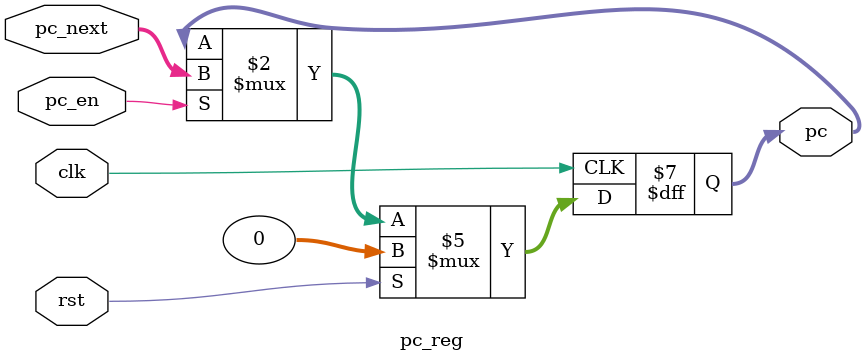
<source format=v>
`timescale 1ns / 1ps
`ifndef MISIRI_PC_REG_V
`define MISIRI_PC_REG_V


module pc_reg (
    input  wire        clk,
    input  wire        rst,
    input  wire        pc_en,
    input  wire [31:0] pc_next,

    output reg  [31:0] pc
);

    always @(posedge clk) begin
        if (rst)
            pc <= 32'd0;
        else if (pc_en)
            pc <= pc_next;
    end

endmodule

`endif

</source>
